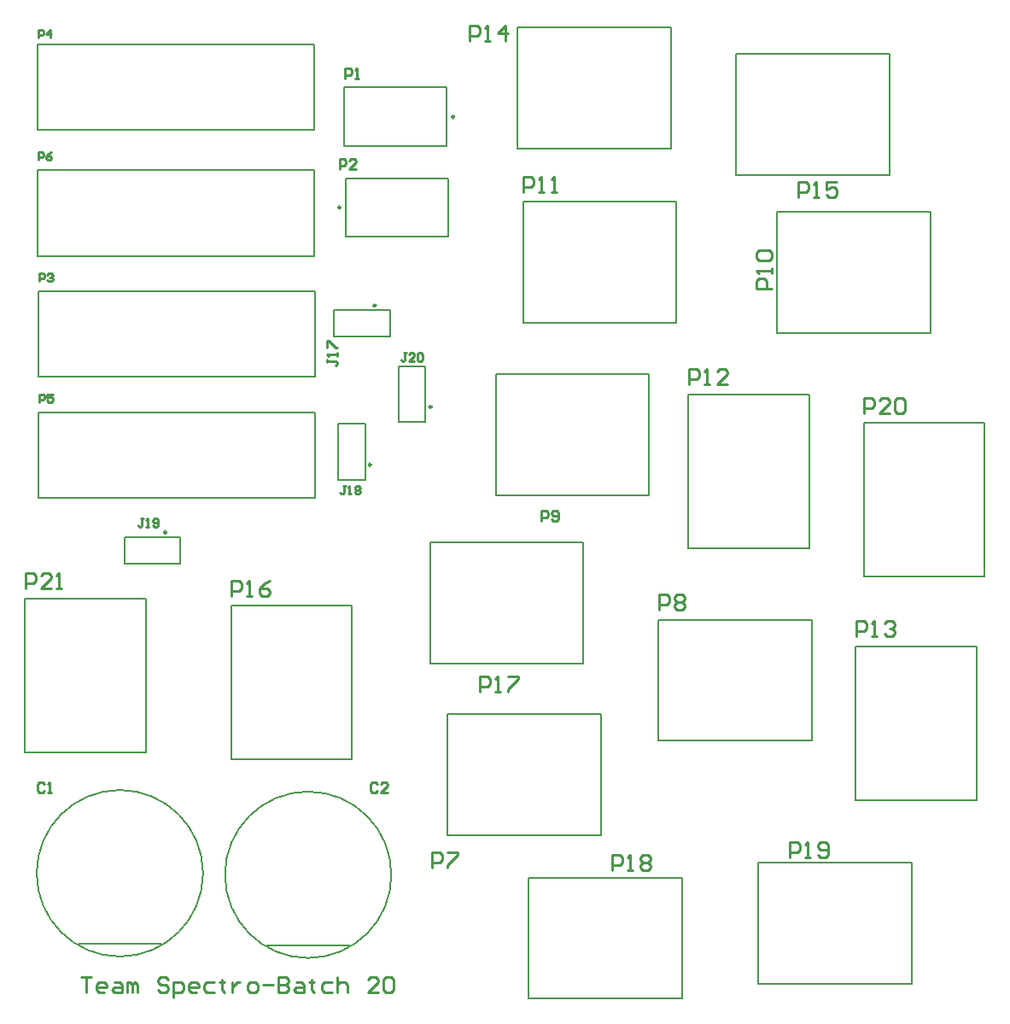
<source format=gto>
G04*
G04 #@! TF.GenerationSoftware,Altium Limited,Altium Designer,22.1.2 (22)*
G04*
G04 Layer_Color=65535*
%FSLAX25Y25*%
%MOIN*%
G70*
G04*
G04 #@! TF.SameCoordinates,BA90D39C-088B-4E96-BCAD-EBD8A34635F5*
G04*
G04*
G04 #@! TF.FilePolarity,Positive*
G04*
G01*
G75*
%ADD10C,0.00591*%
%ADD11C,0.00984*%
%ADD12C,0.00787*%
%ADD13C,0.01000*%
D10*
X155315Y57185D02*
G03*
X155315Y57185I-32480J0D01*
G01*
X81791Y57776D02*
G03*
X81791Y57776I-32480J0D01*
G01*
D11*
X67520Y190847D02*
G03*
X67520Y190847I-492J0D01*
G01*
X149291Y279429D02*
G03*
X149291Y279429I-492J0D01*
G01*
X147441Y217224D02*
G03*
X147441Y217224I-492J0D01*
G01*
X171063Y239784D02*
G03*
X171063Y239784I-492J0D01*
G01*
X135512Y317618D02*
G03*
X135512Y317618I-492J0D01*
G01*
X179882Y353051D02*
G03*
X179882Y353051I-492J0D01*
G01*
D12*
X17343Y347933D02*
X125216D01*
Y381398D01*
X17343D02*
X125216D01*
X17343Y347933D02*
Y381398D01*
X177165Y72539D02*
X237086D01*
Y119783D01*
X177165D02*
X237086D01*
X177165Y72539D02*
Y119783D01*
X305866Y315945D02*
X365787D01*
X305866Y268701D02*
Y315945D01*
Y268701D02*
X365787D01*
Y315945D01*
X196024Y252461D02*
X255945D01*
X196024Y205217D02*
Y252461D01*
Y205217D02*
X255945D01*
Y252461D01*
X298484Y61910D02*
X358405D01*
X298484Y14665D02*
Y61910D01*
Y14665D02*
X358405D01*
Y61910D01*
X208819Y56102D02*
X268740D01*
X208819Y8858D02*
Y56102D01*
Y8858D02*
X268740D01*
Y56102D01*
X170393Y139665D02*
X230314D01*
Y186909D01*
X170393D02*
X230314D01*
X170393Y139665D02*
Y186909D01*
X289921Y330217D02*
X349842D01*
Y377461D01*
X289921D02*
X349842D01*
X289921Y330217D02*
Y377461D01*
X204587Y340748D02*
X264508D01*
Y387992D01*
X204587D02*
X264508D01*
X204587Y340748D02*
Y387992D01*
X106595Y29528D02*
X139075D01*
X92716Y102225D02*
Y162145D01*
Y102225D02*
X139961D01*
Y162145D01*
X92716D02*
X139961D01*
X339764Y233504D02*
X387008D01*
Y173583D02*
Y233504D01*
X339764Y173583D02*
X387008D01*
X339764D02*
Y233504D01*
X12303Y164901D02*
X59547D01*
Y104980D02*
Y164901D01*
X12303Y104980D02*
X59547D01*
X12303D02*
Y164901D01*
X336614Y146201D02*
X383858D01*
Y86280D02*
Y146201D01*
X336614Y86280D02*
X383858D01*
X336614D02*
Y146201D01*
X271260Y244626D02*
X318504D01*
Y184705D02*
Y244626D01*
X271260Y184705D02*
X318504D01*
X271260D02*
Y244626D01*
X266673Y272539D02*
Y319783D01*
X206752Y272539D02*
X266673D01*
X206752D02*
Y319783D01*
X266673D01*
X319527Y109449D02*
Y156693D01*
X259606Y109449D02*
X319527D01*
X259606D02*
Y156693D01*
X319527D01*
X17658Y204232D02*
Y237697D01*
X125531D01*
Y204232D02*
Y237697D01*
X17658Y204232D02*
X125531D01*
X17343Y298720D02*
Y332185D01*
X125216D01*
Y298720D02*
Y332185D01*
X17343Y298720D02*
X125216D01*
X17658Y251476D02*
Y284941D01*
X125531D01*
Y251476D02*
Y284941D01*
X17658Y251476D02*
X125531D01*
X51043Y178563D02*
X73012D01*
X51043D02*
Y188957D01*
X73012D01*
Y178563D02*
Y188957D01*
X132815Y267146D02*
X154783D01*
X132815D02*
Y277539D01*
X154783D01*
Y267146D02*
Y277539D01*
X134665Y211240D02*
Y233209D01*
X145059D01*
Y211240D02*
Y233209D01*
X134665Y211240D02*
X145059D01*
X158288Y233799D02*
Y255768D01*
X168681D01*
Y233799D02*
Y255768D01*
X158288Y233799D02*
X168681D01*
X33071Y30118D02*
X65551D01*
X137579Y306201D02*
Y329035D01*
X177579D01*
Y306201D02*
Y329035D01*
X137579Y306201D02*
X177579D01*
X176831Y341634D02*
Y364468D01*
X136831Y341634D02*
X176831D01*
X136831D02*
Y364468D01*
X176831D01*
D13*
X34169Y17167D02*
X38168D01*
X36169D01*
Y11169D01*
X43166D02*
X41167D01*
X40167Y12168D01*
Y14168D01*
X41167Y15167D01*
X43166D01*
X44166Y14168D01*
Y13168D01*
X40167D01*
X47165Y15167D02*
X49164D01*
X50164Y14168D01*
Y11169D01*
X47165D01*
X46165Y12168D01*
X47165Y13168D01*
X50164D01*
X52163Y11169D02*
Y15167D01*
X53163D01*
X54163Y14168D01*
Y11169D01*
Y14168D01*
X55163Y15167D01*
X56162Y14168D01*
Y11169D01*
X68158Y16167D02*
X67159Y17167D01*
X65159D01*
X64160Y16167D01*
Y15167D01*
X65159Y14168D01*
X67159D01*
X68158Y13168D01*
Y12168D01*
X67159Y11169D01*
X65159D01*
X64160Y12168D01*
X70158Y9169D02*
Y15167D01*
X73157D01*
X74156Y14168D01*
Y12168D01*
X73157Y11169D01*
X70158D01*
X79155D02*
X77155D01*
X76156Y12168D01*
Y14168D01*
X77155Y15167D01*
X79155D01*
X80154Y14168D01*
Y13168D01*
X76156D01*
X86152Y15167D02*
X83153D01*
X82154Y14168D01*
Y12168D01*
X83153Y11169D01*
X86152D01*
X89152Y16167D02*
Y15167D01*
X88152D01*
X90151D01*
X89152D01*
Y12168D01*
X90151Y11169D01*
X93150Y15167D02*
Y11169D01*
Y13168D01*
X94150Y14168D01*
X95150Y15167D01*
X96149D01*
X100148Y11169D02*
X102147D01*
X103147Y12168D01*
Y14168D01*
X102147Y15167D01*
X100148D01*
X99148Y14168D01*
Y12168D01*
X100148Y11169D01*
X105146Y14168D02*
X109145D01*
X111144Y17167D02*
Y11169D01*
X114143D01*
X115143Y12168D01*
Y13168D01*
X114143Y14168D01*
X111144D01*
X114143D01*
X115143Y15167D01*
Y16167D01*
X114143Y17167D01*
X111144D01*
X118142Y15167D02*
X120141D01*
X121141Y14168D01*
Y11169D01*
X118142D01*
X117142Y12168D01*
X118142Y13168D01*
X121141D01*
X124140Y16167D02*
Y15167D01*
X123141D01*
X125140D01*
X124140D01*
Y12168D01*
X125140Y11169D01*
X132138Y15167D02*
X129139D01*
X128139Y14168D01*
Y12168D01*
X129139Y11169D01*
X132138D01*
X134137Y17167D02*
Y11169D01*
Y14168D01*
X135137Y15167D01*
X137136D01*
X138136Y14168D01*
Y11169D01*
X150132D02*
X146133D01*
X150132Y15167D01*
Y16167D01*
X149132Y17167D01*
X147133D01*
X146133Y16167D01*
X152131D02*
X153131Y17167D01*
X155130D01*
X156130Y16167D01*
Y12168D01*
X155130Y11169D01*
X153131D01*
X152131Y12168D01*
Y16167D01*
X339920Y237420D02*
Y243418D01*
X342919D01*
X343918Y242418D01*
Y240419D01*
X342919Y239419D01*
X339920D01*
X349917Y237420D02*
X345918D01*
X349917Y241418D01*
Y242418D01*
X348917Y243418D01*
X346917D01*
X345918Y242418D01*
X351916D02*
X352916Y243418D01*
X354915D01*
X355914Y242418D01*
Y238419D01*
X354915Y237420D01*
X352916D01*
X351916Y238419D01*
Y242418D01*
X310809Y64029D02*
Y70027D01*
X313809D01*
X314808Y69027D01*
Y67028D01*
X313809Y66028D01*
X310809D01*
X316808Y64029D02*
X318807D01*
X317807D01*
Y70027D01*
X316808Y69027D01*
X321806Y65028D02*
X322806Y64029D01*
X324805D01*
X325805Y65028D01*
Y69027D01*
X324805Y70027D01*
X322806D01*
X321806Y69027D01*
Y68027D01*
X322806Y67028D01*
X325805D01*
X12420Y168820D02*
Y174818D01*
X15419D01*
X16418Y173818D01*
Y171819D01*
X15419Y170819D01*
X12420D01*
X22416Y168820D02*
X18418D01*
X22416Y172818D01*
Y173818D01*
X21417Y174818D01*
X19417D01*
X18418Y173818D01*
X24416Y168820D02*
X26415D01*
X25416D01*
Y174818D01*
X24416Y173818D01*
X241617Y59107D02*
Y65105D01*
X244616D01*
X245615Y64106D01*
Y62106D01*
X244616Y61107D01*
X241617D01*
X247615Y59107D02*
X249614D01*
X248614D01*
Y65105D01*
X247615Y64106D01*
X252613D02*
X253613Y65105D01*
X255612D01*
X256612Y64106D01*
Y63106D01*
X255612Y62106D01*
X256612Y61107D01*
Y60107D01*
X255612Y59107D01*
X253613D01*
X252613Y60107D01*
Y61107D01*
X253613Y62106D01*
X252613Y63106D01*
Y64106D01*
X253613Y62106D02*
X255612D01*
X189845Y128497D02*
Y134495D01*
X192844D01*
X193844Y133495D01*
Y131496D01*
X192844Y130496D01*
X189845D01*
X195843Y128497D02*
X197842D01*
X196843D01*
Y134495D01*
X195843Y133495D01*
X200841Y134495D02*
X204840D01*
Y133495D01*
X200841Y129497D01*
Y128497D01*
X92820Y166020D02*
Y172018D01*
X95819D01*
X96818Y171018D01*
Y169019D01*
X95819Y168019D01*
X92820D01*
X98818Y166020D02*
X100817D01*
X99817D01*
Y172018D01*
X98818Y171018D01*
X107815Y172018D02*
X105815Y171018D01*
X103816Y169019D01*
Y167019D01*
X104816Y166020D01*
X106815D01*
X107815Y167019D01*
Y168019D01*
X106815Y169019D01*
X103816D01*
X314353Y321706D02*
Y327704D01*
X317352D01*
X318352Y326704D01*
Y324705D01*
X317352Y323705D01*
X314353D01*
X320351Y321706D02*
X322350D01*
X321351D01*
Y327704D01*
X320351Y326704D01*
X329348Y327704D02*
X325349D01*
Y324705D01*
X327349Y325704D01*
X328348D01*
X329348Y324705D01*
Y322705D01*
X328348Y321706D01*
X326349D01*
X325349Y322705D01*
X185908Y382631D02*
Y388629D01*
X188907D01*
X189907Y387629D01*
Y385630D01*
X188907Y384630D01*
X185908D01*
X191906Y382631D02*
X193905D01*
X192906D01*
Y388629D01*
X191906Y387629D01*
X199903Y382631D02*
Y388629D01*
X196904Y385630D01*
X200903D01*
X336720Y150120D02*
Y156118D01*
X339719D01*
X340718Y155118D01*
Y153119D01*
X339719Y152119D01*
X336720D01*
X342718Y150120D02*
X344717D01*
X343717D01*
Y156118D01*
X342718Y155118D01*
X347716D02*
X348716Y156118D01*
X350715D01*
X351715Y155118D01*
Y154118D01*
X350715Y153119D01*
X349715D01*
X350715D01*
X351715Y152119D01*
Y151119D01*
X350715Y150120D01*
X348716D01*
X347716Y151119D01*
X271420Y248520D02*
Y254518D01*
X274419D01*
X275418Y253518D01*
Y251519D01*
X274419Y250519D01*
X271420D01*
X277418Y248520D02*
X279417D01*
X278417D01*
Y254518D01*
X277418Y253518D01*
X286415Y248520D02*
X282416D01*
X286415Y252518D01*
Y253518D01*
X285415Y254518D01*
X283416D01*
X282416Y253518D01*
X206820Y323620D02*
Y329618D01*
X209819D01*
X210818Y328618D01*
Y326619D01*
X209819Y325619D01*
X206820D01*
X212818Y323620D02*
X214817D01*
X213817D01*
Y329618D01*
X212818Y328618D01*
X217816Y323620D02*
X219815D01*
X218816D01*
Y329618D01*
X217816Y328618D01*
X303885Y285809D02*
X297887D01*
Y288809D01*
X298886Y289808D01*
X300886D01*
X301886Y288809D01*
Y285809D01*
X303885Y291808D02*
Y293807D01*
Y292807D01*
X297887D01*
X298886Y291808D01*
Y296806D02*
X297887Y297806D01*
Y299805D01*
X298886Y300805D01*
X302885D01*
X303885Y299805D01*
Y297806D01*
X302885Y296806D01*
X298886D01*
X213846Y195276D02*
Y199212D01*
X215814D01*
X216470Y198556D01*
Y197244D01*
X215814Y196588D01*
X213846D01*
X217782Y195932D02*
X218438Y195276D01*
X219750D01*
X220406Y195932D01*
Y198556D01*
X219750Y199212D01*
X218438D01*
X217782Y198556D01*
Y197900D01*
X218438Y197244D01*
X220406D01*
X259720Y160620D02*
Y166618D01*
X262719D01*
X263718Y165618D01*
Y163619D01*
X262719Y162619D01*
X259720D01*
X265718Y165618D02*
X266717Y166618D01*
X268717D01*
X269717Y165618D01*
Y164618D01*
X268717Y163619D01*
X269717Y162619D01*
Y161619D01*
X268717Y160620D01*
X266717D01*
X265718Y161619D01*
Y162619D01*
X266717Y163619D01*
X265718Y164618D01*
Y165618D01*
X266717Y163619D02*
X268717D01*
X171084Y60092D02*
Y66090D01*
X174083D01*
X175083Y65090D01*
Y63090D01*
X174083Y62091D01*
X171084D01*
X177082Y66090D02*
X181081D01*
Y65090D01*
X177082Y61091D01*
Y60092D01*
X17420Y336120D02*
Y339268D01*
X18994D01*
X19519Y338743D01*
Y337694D01*
X18994Y337169D01*
X17420D01*
X22667Y339268D02*
X21618Y338743D01*
X20568Y337694D01*
Y336645D01*
X21093Y336120D01*
X22143D01*
X22667Y336645D01*
Y337169D01*
X22143Y337694D01*
X20568D01*
X17820Y241620D02*
Y244768D01*
X19394D01*
X19919Y244244D01*
Y243194D01*
X19394Y242669D01*
X17820D01*
X23067Y244768D02*
X20968D01*
Y243194D01*
X22018Y243719D01*
X22543D01*
X23067Y243194D01*
Y242144D01*
X22543Y241620D01*
X21493D01*
X20968Y242144D01*
X17357Y383859D02*
Y387007D01*
X18931D01*
X19455Y386483D01*
Y385433D01*
X18931Y384908D01*
X17357D01*
X22079Y383859D02*
Y387007D01*
X20505Y385433D01*
X22604D01*
X17820Y288820D02*
Y291968D01*
X19394D01*
X19919Y291443D01*
Y290394D01*
X19394Y289869D01*
X17820D01*
X20968Y291443D02*
X21493Y291968D01*
X22543D01*
X23067Y291443D01*
Y290919D01*
X22543Y290394D01*
X22018D01*
X22543D01*
X23067Y289869D01*
Y289345D01*
X22543Y288820D01*
X21493D01*
X20968Y289345D01*
X135020Y332520D02*
Y336455D01*
X136988D01*
X137644Y335800D01*
Y334488D01*
X136988Y333832D01*
X135020D01*
X141579Y332520D02*
X138955D01*
X141579Y335143D01*
Y335800D01*
X140923Y336455D01*
X139611D01*
X138955Y335800D01*
X137320Y367920D02*
Y371855D01*
X139288D01*
X139944Y371199D01*
Y369888D01*
X139288Y369232D01*
X137320D01*
X141255Y367920D02*
X142567D01*
X141911D01*
Y371855D01*
X141255Y371199D01*
X161188Y260826D02*
X160139D01*
X160664D01*
Y258202D01*
X160139Y257678D01*
X159614D01*
X159089Y258202D01*
X164337Y257678D02*
X162238D01*
X164337Y259777D01*
Y260301D01*
X163812Y260826D01*
X162763D01*
X162238Y260301D01*
X165386D02*
X165911Y260826D01*
X166961D01*
X167485Y260301D01*
Y258202D01*
X166961Y257678D01*
X165911D01*
X165386Y258202D01*
Y260301D01*
X58498Y196161D02*
X57448D01*
X57973D01*
Y193537D01*
X57448Y193012D01*
X56924D01*
X56399Y193537D01*
X59548Y193012D02*
X60597D01*
X60072D01*
Y196161D01*
X59548Y195636D01*
X62171Y193537D02*
X62696Y193012D01*
X63746D01*
X64270Y193537D01*
Y195636D01*
X63746Y196161D01*
X62696D01*
X62171Y195636D01*
Y195111D01*
X62696Y194587D01*
X64270D01*
X137435Y208956D02*
X136385D01*
X136910D01*
Y206332D01*
X136385Y205808D01*
X135861D01*
X135336Y206332D01*
X138485Y205808D02*
X139534D01*
X139009D01*
Y208956D01*
X138485Y208431D01*
X141108D02*
X141633Y208956D01*
X142683D01*
X143207Y208431D01*
Y207907D01*
X142683Y207382D01*
X143207Y206857D01*
Y206332D01*
X142683Y205808D01*
X141633D01*
X141108Y206332D01*
Y206857D01*
X141633Y207382D01*
X141108Y207907D01*
Y208431D01*
X141633Y207382D02*
X142683D01*
X130119Y258433D02*
Y257121D01*
Y257776D01*
X133398D01*
X134055Y257121D01*
Y256465D01*
X133398Y255809D01*
X134055Y259744D02*
Y261056D01*
Y260400D01*
X130119D01*
X130775Y259744D01*
X130119Y263024D02*
Y265648D01*
X130775D01*
X133398Y263024D01*
X134055D01*
X149836Y92552D02*
X149180Y93208D01*
X147868D01*
X147212Y92552D01*
Y89928D01*
X147868Y89272D01*
X149180D01*
X149836Y89928D01*
X153772Y89272D02*
X151148D01*
X153772Y91896D01*
Y92552D01*
X153116Y93208D01*
X151804D01*
X151148Y92552D01*
X19783D02*
X19128Y93208D01*
X17816D01*
X17160Y92552D01*
Y89928D01*
X17816Y89272D01*
X19128D01*
X19783Y89928D01*
X21095Y89272D02*
X22407D01*
X21751D01*
Y93208D01*
X21095Y92552D01*
M02*

</source>
